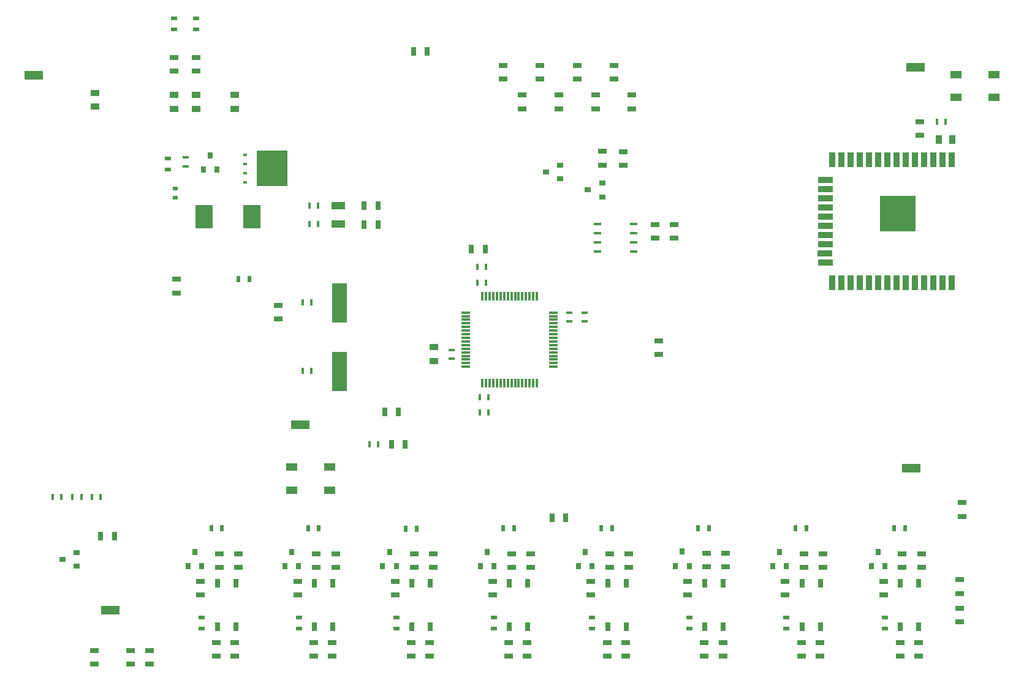
<source format=gtp>
G04*
G04 #@! TF.GenerationSoftware,Altium Limited,CircuitStudio,1.5.2 (30)*
G04*
G04 Layer_Color=8421504*
%FSLAX25Y25*%
%MOIN*%
G70*
G01*
G75*
%ADD10R,0.09843X0.04724*%
%ADD11R,0.05118X0.03543*%
%ADD14R,0.03543X0.03150*%
%ADD15R,0.02756X0.05118*%
%ADD16R,0.05118X0.02756*%
%ADD17R,0.02362X0.03543*%
%ADD18R,0.19685X0.19685*%
%ADD19R,0.07874X0.03543*%
%ADD20R,0.03543X0.07874*%
%ADD21R,0.03150X0.04724*%
%ADD22R,0.04724X0.01181*%
%ADD23R,0.01181X0.04724*%
%ADD24R,0.07480X0.04331*%
%ADD25R,0.04331X0.01575*%
%ADD26R,0.03150X0.03543*%
%ADD27R,0.03543X0.01575*%
%ADD28R,0.03150X0.01969*%
%ADD29R,0.09449X0.12992*%
%ADD30R,0.03543X0.02362*%
%ADD31R,0.16811X0.19291*%
%ADD32R,0.02402X0.01614*%
%ADD33R,0.01575X0.03543*%
%ADD34R,0.03543X0.05118*%
%ADD35R,0.07874X0.21654*%
%ADD36R,0.06102X0.03937*%
D10*
X163386Y164961D02*
D03*
X495669Y141339D02*
D03*
X59842Y64173D02*
D03*
X498032Y359842D02*
D03*
X18110Y355512D02*
D03*
D11*
X127559Y344685D02*
D03*
Y337205D02*
D03*
X51575Y345866D02*
D03*
Y338386D02*
D03*
X94488Y344685D02*
D03*
Y337205D02*
D03*
X106693Y344685D02*
D03*
Y337205D02*
D03*
X235827Y207283D02*
D03*
Y199803D02*
D03*
D14*
X296850Y302756D02*
D03*
X304724Y306496D02*
D03*
Y299016D02*
D03*
X319685Y292913D02*
D03*
X327559Y296654D02*
D03*
Y289173D02*
D03*
X41732Y87992D02*
D03*
Y95472D02*
D03*
X33858Y91732D02*
D03*
D15*
X54724Y104528D02*
D03*
X62205D02*
D03*
X224803Y368504D02*
D03*
X232283D02*
D03*
X212795Y154527D02*
D03*
X220276D02*
D03*
X263779Y260630D02*
D03*
X256299D02*
D03*
X198031Y274213D02*
D03*
X205512D02*
D03*
X198031Y284252D02*
D03*
X205512D02*
D03*
X300197Y114567D02*
D03*
X307677D02*
D03*
X216732Y172047D02*
D03*
X209252D02*
D03*
D16*
X151378Y222638D02*
D03*
Y230118D02*
D03*
X447638Y87402D02*
D03*
Y94882D02*
D03*
X501181Y87402D02*
D03*
Y94882D02*
D03*
X437205Y87402D02*
D03*
Y94882D02*
D03*
X490748Y87402D02*
D03*
Y94882D02*
D03*
X341929Y87402D02*
D03*
Y94882D02*
D03*
X394685Y87598D02*
D03*
Y95079D02*
D03*
X331496Y87402D02*
D03*
Y94882D02*
D03*
X384252Y87598D02*
D03*
Y95079D02*
D03*
X235630Y87402D02*
D03*
Y94882D02*
D03*
X288583Y87402D02*
D03*
Y94882D02*
D03*
X225197Y87402D02*
D03*
Y94882D02*
D03*
X278150Y87402D02*
D03*
Y94882D02*
D03*
X129724Y87402D02*
D03*
Y94882D02*
D03*
X182480Y87402D02*
D03*
Y94882D02*
D03*
X119291Y87402D02*
D03*
Y94882D02*
D03*
X172047Y87402D02*
D03*
Y94882D02*
D03*
X523228Y122638D02*
D03*
Y115157D02*
D03*
X106693Y357677D02*
D03*
Y365158D02*
D03*
X94488Y357677D02*
D03*
Y365158D02*
D03*
X51181Y42126D02*
D03*
Y34646D02*
D03*
X71063Y42126D02*
D03*
Y34646D02*
D03*
X81102Y42126D02*
D03*
Y34646D02*
D03*
X356299Y274213D02*
D03*
Y266732D02*
D03*
X366732Y274213D02*
D03*
Y266732D02*
D03*
X117717Y38976D02*
D03*
Y46457D02*
D03*
X127756Y38976D02*
D03*
Y46457D02*
D03*
X180512Y38976D02*
D03*
Y46457D02*
D03*
X233661Y38976D02*
D03*
Y46457D02*
D03*
X286614Y38976D02*
D03*
Y46457D02*
D03*
X340158Y38976D02*
D03*
Y46457D02*
D03*
X393110Y38976D02*
D03*
Y46457D02*
D03*
X446063Y38976D02*
D03*
Y46457D02*
D03*
X499606Y38976D02*
D03*
Y46457D02*
D03*
X170472Y38976D02*
D03*
Y46457D02*
D03*
X223622Y38976D02*
D03*
Y46457D02*
D03*
X276575Y38976D02*
D03*
Y46457D02*
D03*
X330118Y38976D02*
D03*
Y46457D02*
D03*
X383071Y38976D02*
D03*
Y46457D02*
D03*
X436024Y38976D02*
D03*
Y46457D02*
D03*
X489567Y38976D02*
D03*
Y46457D02*
D03*
X108858Y79724D02*
D03*
Y72244D02*
D03*
X161811Y79724D02*
D03*
Y72244D02*
D03*
X214764Y79724D02*
D03*
Y72244D02*
D03*
X267913Y79724D02*
D03*
Y72244D02*
D03*
X321260Y79724D02*
D03*
Y72244D02*
D03*
X374016Y79724D02*
D03*
Y72244D02*
D03*
X426968Y79724D02*
D03*
Y72244D02*
D03*
X480512Y79724D02*
D03*
Y72244D02*
D03*
X522047Y73228D02*
D03*
Y80709D02*
D03*
Y57677D02*
D03*
Y65158D02*
D03*
X500394Y322638D02*
D03*
Y330118D02*
D03*
X358268Y210827D02*
D03*
Y203346D02*
D03*
X338976Y306299D02*
D03*
Y313779D02*
D03*
X327559Y306496D02*
D03*
Y313976D02*
D03*
X96063Y244291D02*
D03*
Y236811D02*
D03*
X343701Y337205D02*
D03*
Y344685D02*
D03*
X333858Y353346D02*
D03*
Y360827D02*
D03*
X324016Y337205D02*
D03*
Y344685D02*
D03*
X313779Y353346D02*
D03*
Y360827D02*
D03*
X283858Y337205D02*
D03*
Y344685D02*
D03*
X273622Y353346D02*
D03*
Y360827D02*
D03*
X293701Y353346D02*
D03*
Y360827D02*
D03*
X303937Y337205D02*
D03*
Y344685D02*
D03*
D17*
X129724Y244291D02*
D03*
X135630D02*
D03*
X432677Y108661D02*
D03*
X438583D02*
D03*
X486221D02*
D03*
X492126D02*
D03*
X326969D02*
D03*
X332874D02*
D03*
X220669Y108465D02*
D03*
X226575D02*
D03*
X273622Y108661D02*
D03*
X279528D02*
D03*
X114764D02*
D03*
X120669D02*
D03*
X167520D02*
D03*
X173425D02*
D03*
X379724D02*
D03*
X385630D02*
D03*
D18*
X488189Y279921D02*
D03*
D19*
X448779Y268484D02*
D03*
Y263484D02*
D03*
X448740Y258484D02*
D03*
X448779Y253484D02*
D03*
Y273484D02*
D03*
Y278484D02*
D03*
Y283484D02*
D03*
Y288484D02*
D03*
Y293484D02*
D03*
Y298484D02*
D03*
D20*
X452716Y242520D02*
D03*
X457717D02*
D03*
X462716D02*
D03*
X467717D02*
D03*
X472717D02*
D03*
X477716D02*
D03*
X482717D02*
D03*
X487716D02*
D03*
X492717D02*
D03*
X497717D02*
D03*
X502716D02*
D03*
X507717D02*
D03*
X512716D02*
D03*
X517717D02*
D03*
X452716Y309449D02*
D03*
X457717D02*
D03*
X462716D02*
D03*
X467717D02*
D03*
X472717D02*
D03*
X477716D02*
D03*
X482717D02*
D03*
X487716D02*
D03*
X492717D02*
D03*
X497717D02*
D03*
X502716D02*
D03*
X507717D02*
D03*
X512716D02*
D03*
X517717D02*
D03*
D21*
X489685Y55118D02*
D03*
X499685D02*
D03*
X489685Y78740D02*
D03*
X499685D02*
D03*
X446142D02*
D03*
X436142D02*
D03*
X446142Y55118D02*
D03*
X436142D02*
D03*
X383189D02*
D03*
X393189D02*
D03*
X383189Y78740D02*
D03*
X393189D02*
D03*
X340433D02*
D03*
X330433D02*
D03*
X340433Y55118D02*
D03*
X330433D02*
D03*
X277087D02*
D03*
X287087D02*
D03*
X277087Y78740D02*
D03*
X287087D02*
D03*
X233937D02*
D03*
X223937D02*
D03*
X233937Y55118D02*
D03*
X223937D02*
D03*
X170984D02*
D03*
X180984D02*
D03*
X170984Y78740D02*
D03*
X180984D02*
D03*
X128228D02*
D03*
X118228D02*
D03*
X128228Y55118D02*
D03*
X118228D02*
D03*
D22*
X253346Y226181D02*
D03*
Y224213D02*
D03*
Y222244D02*
D03*
Y220276D02*
D03*
Y218307D02*
D03*
Y216338D02*
D03*
Y214370D02*
D03*
Y212402D02*
D03*
Y210433D02*
D03*
Y208465D02*
D03*
Y206496D02*
D03*
Y204527D02*
D03*
Y202559D02*
D03*
Y200591D02*
D03*
Y198622D02*
D03*
Y196653D02*
D03*
X300984D02*
D03*
Y198622D02*
D03*
Y200591D02*
D03*
Y202559D02*
D03*
Y204527D02*
D03*
Y206496D02*
D03*
Y208465D02*
D03*
Y210433D02*
D03*
Y212402D02*
D03*
Y214370D02*
D03*
Y216338D02*
D03*
Y218307D02*
D03*
Y220276D02*
D03*
Y222244D02*
D03*
Y224213D02*
D03*
Y226181D02*
D03*
D23*
X262402Y187598D02*
D03*
X264370D02*
D03*
X266339D02*
D03*
X268307D02*
D03*
X270276D02*
D03*
X272244D02*
D03*
X274213D02*
D03*
X276181D02*
D03*
X278150D02*
D03*
X280118D02*
D03*
X282087D02*
D03*
X284055D02*
D03*
X286024D02*
D03*
X287992D02*
D03*
X289961D02*
D03*
X291929D02*
D03*
Y235236D02*
D03*
X289961D02*
D03*
X287992D02*
D03*
X286024D02*
D03*
X284055D02*
D03*
X282087D02*
D03*
X280118D02*
D03*
X278150D02*
D03*
X276181D02*
D03*
X274213D02*
D03*
X272244D02*
D03*
X270276D02*
D03*
X268307D02*
D03*
X266339D02*
D03*
X264370D02*
D03*
X262402D02*
D03*
D24*
X183858Y284252D02*
D03*
Y274409D02*
D03*
D25*
X324803Y274429D02*
D03*
Y269429D02*
D03*
Y264429D02*
D03*
Y259429D02*
D03*
X344488Y274429D02*
D03*
Y269429D02*
D03*
Y264429D02*
D03*
Y259429D02*
D03*
D26*
X420276Y87992D02*
D03*
X427756D02*
D03*
X424016Y95866D02*
D03*
X473819Y87992D02*
D03*
X481299D02*
D03*
X477559Y95866D02*
D03*
X314567Y87992D02*
D03*
X322047D02*
D03*
X318307Y95866D02*
D03*
X367323Y88189D02*
D03*
X374803D02*
D03*
X371063Y96063D02*
D03*
X208071Y87992D02*
D03*
X215551D02*
D03*
X211811Y95866D02*
D03*
X261221Y87992D02*
D03*
X268701D02*
D03*
X264961Y95866D02*
D03*
X102165Y87992D02*
D03*
X109646D02*
D03*
X105905Y95866D02*
D03*
X154921Y87992D02*
D03*
X162402D02*
D03*
X158661Y95866D02*
D03*
X110433Y303937D02*
D03*
X117913D02*
D03*
X114173Y311811D02*
D03*
D27*
X100787Y305906D02*
D03*
Y310630D02*
D03*
X309449Y226181D02*
D03*
Y221457D02*
D03*
X317913Y226181D02*
D03*
Y221457D02*
D03*
X245472Y201181D02*
D03*
Y205906D02*
D03*
D28*
X95276Y288878D02*
D03*
Y293799D02*
D03*
D29*
X111024Y278346D02*
D03*
X137008D02*
D03*
D30*
X91339Y304134D02*
D03*
Y310039D02*
D03*
X106693Y386417D02*
D03*
Y380512D02*
D03*
X94488Y386417D02*
D03*
Y380512D02*
D03*
X109646Y54134D02*
D03*
Y60039D02*
D03*
X162598Y54134D02*
D03*
Y60039D02*
D03*
X215551Y54134D02*
D03*
Y60039D02*
D03*
X268701Y54134D02*
D03*
Y60039D02*
D03*
X322047Y54134D02*
D03*
Y60039D02*
D03*
X374803Y54134D02*
D03*
Y60039D02*
D03*
X427756Y54134D02*
D03*
Y60039D02*
D03*
X481299Y54134D02*
D03*
Y60039D02*
D03*
D31*
X147854Y304744D02*
D03*
D32*
X133248Y297224D02*
D03*
Y312224D02*
D03*
Y307224D02*
D03*
Y302224D02*
D03*
D33*
X33268Y125591D02*
D03*
X28543D02*
D03*
X39370D02*
D03*
X44094D02*
D03*
X54724D02*
D03*
X50000D02*
D03*
X265551Y171850D02*
D03*
X260827D02*
D03*
X265551Y180118D02*
D03*
X260827D02*
D03*
X259646Y242520D02*
D03*
X264370D02*
D03*
X259646Y250984D02*
D03*
X264370D02*
D03*
X169291Y194488D02*
D03*
X164567D02*
D03*
X169291Y231890D02*
D03*
X164567D02*
D03*
X200787Y154528D02*
D03*
X205512D02*
D03*
X173031Y274409D02*
D03*
X168307D02*
D03*
X173031Y284252D02*
D03*
X168307D02*
D03*
X509449Y329921D02*
D03*
X514173D02*
D03*
D34*
X517913Y320276D02*
D03*
X510433D02*
D03*
D35*
X184646Y194095D02*
D03*
Y231496D02*
D03*
D36*
X519882Y355906D02*
D03*
Y343307D02*
D03*
X540551Y355906D02*
D03*
Y343307D02*
D03*
X158465Y142126D02*
D03*
Y129528D02*
D03*
X179134Y142126D02*
D03*
Y129528D02*
D03*
M02*

</source>
